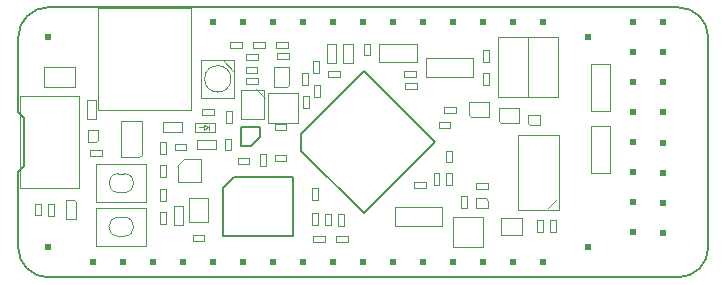
<source format=gbr>
G04 #@! TF.GenerationSoftware,KiCad,Pcbnew,5.1.5+dfsg1-2~bpo10+1*
G04 #@! TF.CreationDate,2020-03-27T19:59:47+01:00*
G04 #@! TF.ProjectId,quick-feather-board,71756963-6b2d-4666-9561-746865722d62,rev?*
G04 #@! TF.SameCoordinates,Original*
G04 #@! TF.FileFunction,Other,Fab,Top*
%FSLAX46Y46*%
G04 Gerber Fmt 4.6, Leading zero omitted, Abs format (unit mm)*
G04 Created by KiCad (PCBNEW 5.1.5+dfsg1-2~bpo10+1) date 2020-03-27 19:59:47*
%MOMM*%
%LPD*%
G04 APERTURE LIST*
%ADD10C,0.150000*%
%ADD11C,0.120000*%
%ADD12C,0.100000*%
G04 APERTURE END LIST*
D10*
X123101100Y-102463600D02*
X123609100Y-102971600D01*
X123609100Y-102971600D02*
X123609100Y-107035600D01*
X123609100Y-107035600D02*
X123101100Y-107543600D01*
X178981100Y-93573600D02*
G75*
G02X181521100Y-96113600I0J-2540000D01*
G01*
X181521100Y-113893600D02*
G75*
G02X178981100Y-116433600I-2540000J0D01*
G01*
X125641100Y-116433600D02*
X178981100Y-116433600D01*
X181521100Y-113893600D02*
X181521100Y-96113600D01*
X178981100Y-93573600D02*
X125641100Y-93573600D01*
X123101100Y-96113600D02*
G75*
G02X125641100Y-93573600I2540000J0D01*
G01*
X123101100Y-96113600D02*
X123101100Y-102463600D01*
X123101100Y-107543600D02*
X123101100Y-113893600D01*
X125641100Y-116433600D02*
G75*
G02X123101100Y-113893600I0J2540000D01*
G01*
D11*
X143204000Y-100515000D02*
X143966000Y-101277000D01*
X141950000Y-103035000D02*
X141950000Y-100535000D01*
X143950000Y-103035000D02*
X141950000Y-103035000D01*
X143950000Y-100535000D02*
X143950000Y-103035000D01*
X141950000Y-100535000D02*
X143950000Y-100535000D01*
X167922000Y-110591600D02*
X168684000Y-109829600D01*
D12*
X165445000Y-110718600D02*
X165445000Y-104368600D01*
X165445000Y-104368600D02*
X168875000Y-104368600D01*
X165445000Y-110718600D02*
X168875000Y-110718600D01*
X168875000Y-110718600D02*
X168875000Y-104368600D01*
X132080000Y-112950000D02*
X131580000Y-112950000D01*
X131580000Y-111350000D02*
X132080000Y-111350000D01*
X131580000Y-111350000D02*
G75*
G03X131580000Y-112950000I0J-800000D01*
G01*
X129730000Y-113750000D02*
X133930000Y-113750000D01*
X129730000Y-110550000D02*
X129730000Y-113750000D01*
X133930000Y-110550000D02*
X129730000Y-110550000D01*
X133930000Y-113750000D02*
X133930000Y-110550000D01*
X132080000Y-112950000D02*
G75*
G03X132080000Y-111350000I0J800000D01*
G01*
X132080000Y-109250000D02*
X131580000Y-109250000D01*
X131580000Y-107650000D02*
X132080000Y-107650000D01*
X131580000Y-107650000D02*
G75*
G03X131580000Y-109250000I0J-800000D01*
G01*
X129730000Y-110050000D02*
X133930000Y-110050000D01*
X129730000Y-106850000D02*
X129730000Y-110050000D01*
X133930000Y-106850000D02*
X129730000Y-106850000D01*
X133930000Y-110050000D02*
X133930000Y-106850000D01*
X132080000Y-109250000D02*
G75*
G03X132080000Y-107650000I0J800000D01*
G01*
X137345300Y-105676700D02*
X136345300Y-105676700D01*
X137345300Y-105176700D02*
X137345300Y-105676700D01*
X136345300Y-105176700D02*
X137345300Y-105176700D01*
X136345300Y-105676700D02*
X136345300Y-105176700D01*
X127120060Y-111501700D02*
X127120060Y-109901700D01*
X127970060Y-111501700D02*
X127120060Y-111501700D01*
X127970060Y-110051700D02*
X127820060Y-109901700D01*
X127970060Y-111501700D02*
X127970060Y-110051700D01*
X127820060Y-109901700D02*
X127120060Y-109901700D01*
D10*
X152360000Y-98979592D02*
X147056699Y-104282893D01*
X158370408Y-104990000D02*
X152360000Y-98979592D01*
X152360000Y-111000408D02*
X158370408Y-104990000D01*
X147056699Y-105697107D02*
X152360000Y-111000408D01*
X147056699Y-104282893D02*
X147056699Y-105697107D01*
D12*
X125620300Y-111201700D02*
X125620300Y-110201700D01*
X126120300Y-111201700D02*
X125620300Y-111201700D01*
X126120300Y-110201700D02*
X126120300Y-111201700D01*
X125620300Y-110201700D02*
X126120300Y-110201700D01*
X173211000Y-103643000D02*
X171611000Y-103643000D01*
X173211000Y-107643000D02*
X173211000Y-103643000D01*
X171611000Y-107643000D02*
X173211000Y-107643000D01*
X171611000Y-103643000D02*
X171611000Y-107643000D01*
X154990000Y-110460000D02*
X154990000Y-112060000D01*
X158990000Y-110460000D02*
X154990000Y-110460000D01*
X158990000Y-112060000D02*
X158990000Y-110460000D01*
X154990000Y-112060000D02*
X158990000Y-112060000D01*
X173211000Y-98343000D02*
X171611000Y-98343000D01*
X173211000Y-102343000D02*
X173211000Y-98343000D01*
X171611000Y-102343000D02*
X173211000Y-102343000D01*
X171611000Y-98343000D02*
X171611000Y-102343000D01*
X157600000Y-97840000D02*
X157600000Y-99440000D01*
X161600000Y-97840000D02*
X157600000Y-97840000D01*
X161600000Y-99440000D02*
X161600000Y-97840000D01*
X157600000Y-99440000D02*
X161600000Y-99440000D01*
D11*
X139180000Y-109730000D02*
X137580000Y-109730000D01*
X139180000Y-111730000D02*
X137592600Y-111720600D01*
X139180000Y-109730000D02*
X139180000Y-111730000D01*
X137580000Y-109730000D02*
X137580000Y-111730000D01*
D10*
X142000000Y-105320000D02*
X142800000Y-105320000D01*
X142000000Y-103720000D02*
X142000000Y-105320000D01*
X143600000Y-103720000D02*
X142000000Y-103720000D01*
X143600000Y-104520000D02*
X143600000Y-103720000D01*
X142800000Y-105320000D02*
X143600000Y-104520000D01*
D12*
X144730000Y-98590000D02*
X146030000Y-98590000D01*
X144730000Y-100290000D02*
X144730000Y-98590000D01*
X145830000Y-100290000D02*
X146030000Y-100115000D01*
X145830000Y-100290000D02*
X144730000Y-100290000D01*
X146030000Y-100115000D02*
X146030000Y-98590000D01*
X165490000Y-102110000D02*
X165490000Y-103410000D01*
X163790000Y-102110000D02*
X165490000Y-102110000D01*
X163790000Y-103210000D02*
X163965000Y-103410000D01*
X163790000Y-103210000D02*
X163790000Y-102110000D01*
X163965000Y-103410000D02*
X165490000Y-103410000D01*
X162940000Y-101580000D02*
X162940000Y-102880000D01*
X161240000Y-101580000D02*
X162940000Y-101580000D01*
X161240000Y-102680000D02*
X161415000Y-102880000D01*
X161240000Y-102680000D02*
X161240000Y-101580000D01*
X161415000Y-102880000D02*
X162940000Y-102880000D01*
X163741100Y-96113600D02*
X166281100Y-96113600D01*
X166281100Y-96113600D02*
X166281100Y-101193600D01*
X163741100Y-101193600D02*
X166281100Y-101193600D01*
X163741100Y-96113600D02*
X163741100Y-101193600D01*
X166281000Y-96113000D02*
X166281000Y-101193000D01*
X166281000Y-101193000D02*
X168821000Y-101193000D01*
X168821000Y-96113000D02*
X168821000Y-101193000D01*
X166281000Y-96113000D02*
X168821000Y-96113000D01*
X141120000Y-99630000D02*
G75*
G03X141120000Y-99630000I-1120000J0D01*
G01*
X141400000Y-99030000D02*
X140400000Y-98030000D01*
X141400000Y-98030000D02*
X138600000Y-98030000D01*
X138600000Y-98030000D02*
X138600000Y-101230000D01*
X138600000Y-101230000D02*
X141400000Y-101230000D01*
X141400000Y-101230000D02*
X141400000Y-98030000D01*
G36*
X160185000Y-114909000D02*
G01*
X159677000Y-114909000D01*
X159677000Y-115417000D01*
X160185000Y-115417000D01*
X160185000Y-114909000D01*
G37*
G36*
X157645000Y-114909000D02*
G01*
X157137000Y-114909000D01*
X157137000Y-115417000D01*
X157645000Y-115417000D01*
X157645000Y-114909000D01*
G37*
G36*
X165265000Y-114909000D02*
G01*
X164757000Y-114909000D01*
X164757000Y-115417000D01*
X165265000Y-115417000D01*
X165265000Y-114909000D01*
G37*
G36*
X152565000Y-114909000D02*
G01*
X152057000Y-114909000D01*
X152057000Y-115417000D01*
X152565000Y-115417000D01*
X152565000Y-114909000D01*
G37*
G36*
X167805000Y-114909000D02*
G01*
X167297000Y-114909000D01*
X167297000Y-115417000D01*
X167805000Y-115417000D01*
X167805000Y-114909000D01*
G37*
G36*
X142405000Y-114909000D02*
G01*
X141897000Y-114909000D01*
X141897000Y-115417000D01*
X142405000Y-115417000D01*
X142405000Y-114909000D01*
G37*
G36*
X155105000Y-114909000D02*
G01*
X154597000Y-114909000D01*
X154597000Y-115417000D01*
X155105000Y-115417000D01*
X155105000Y-114909000D01*
G37*
G36*
X144945000Y-114909000D02*
G01*
X144437000Y-114909000D01*
X144437000Y-115417000D01*
X144945000Y-115417000D01*
X144945000Y-114909000D01*
G37*
G36*
X162725000Y-114909000D02*
G01*
X162217000Y-114909000D01*
X162217000Y-115417000D01*
X162725000Y-115417000D01*
X162725000Y-114909000D01*
G37*
G36*
X150025000Y-114909000D02*
G01*
X149517000Y-114909000D01*
X149517000Y-115417000D01*
X150025000Y-115417000D01*
X150025000Y-114909000D01*
G37*
G36*
X147485000Y-114909000D02*
G01*
X146977000Y-114909000D01*
X146977000Y-115417000D01*
X147485000Y-115417000D01*
X147485000Y-114909000D01*
G37*
G36*
X139865000Y-114909000D02*
G01*
X139357000Y-114909000D01*
X139357000Y-115417000D01*
X139865000Y-115417000D01*
X139865000Y-114909000D01*
G37*
G36*
X134775000Y-114909000D02*
G01*
X134267000Y-114909000D01*
X134267000Y-115417000D01*
X134775000Y-115417000D01*
X134775000Y-114909000D01*
G37*
G36*
X137315000Y-114909000D02*
G01*
X136807000Y-114909000D01*
X136807000Y-115417000D01*
X137315000Y-115417000D01*
X137315000Y-114909000D01*
G37*
G36*
X132235000Y-114909000D02*
G01*
X131727000Y-114909000D01*
X131727000Y-115417000D01*
X132235000Y-115417000D01*
X132235000Y-114909000D01*
G37*
G36*
X129695000Y-114909000D02*
G01*
X129187000Y-114909000D01*
X129187000Y-115417000D01*
X129695000Y-115417000D01*
X129695000Y-114909000D01*
G37*
X148550000Y-98100000D02*
X148550000Y-99100000D01*
X148050000Y-98100000D02*
X148550000Y-98100000D01*
X148050000Y-99100000D02*
X148050000Y-98100000D01*
X148550000Y-99100000D02*
X148050000Y-99100000D01*
X136610000Y-106900000D02*
X137110000Y-106400000D01*
X136610000Y-108400000D02*
X136610000Y-106900000D01*
X138610000Y-108400000D02*
X136610000Y-108400000D01*
X138610000Y-106400000D02*
X138610000Y-108400000D01*
X137110000Y-106400000D02*
X138610000Y-106400000D01*
D10*
X141400000Y-107900000D02*
X140400000Y-108900000D01*
X140400000Y-108900000D02*
X140400000Y-112900000D01*
X140400000Y-112900000D02*
X146400000Y-112900000D01*
X146400000Y-112900000D02*
X146400000Y-107900000D01*
X146400000Y-107900000D02*
X141400000Y-107900000D01*
D12*
X129819100Y-93650000D02*
X137719100Y-93650000D01*
X137719100Y-93650000D02*
X137719100Y-102250000D01*
X129819100Y-102250000D02*
X137719100Y-102250000D01*
X129819100Y-93650000D02*
X129819100Y-102250000D01*
X128240000Y-101103600D02*
X128240000Y-108903600D01*
X128240000Y-101103600D02*
X123240000Y-101103600D01*
X128240000Y-108903600D02*
X123240000Y-108903600D01*
X123240000Y-101103600D02*
X123240000Y-108903600D01*
X125275000Y-98600000D02*
X127925000Y-98600000D01*
X127925000Y-98600000D02*
X127925000Y-100300000D01*
X125275000Y-98600000D02*
X125275000Y-100300000D01*
X125275000Y-100300000D02*
X127925000Y-100300000D01*
D11*
X138080000Y-103330000D02*
X138080000Y-104130000D01*
X139780000Y-103330000D02*
X139780000Y-104130000D01*
X139780000Y-104130000D02*
X138080000Y-104130000D01*
X139780000Y-103330000D02*
X138080000Y-103330000D01*
X138830000Y-103530000D02*
X138830000Y-103730000D01*
X139130000Y-103730000D02*
X138830000Y-103530000D01*
X138830000Y-103930000D02*
X139130000Y-103730000D01*
X138830000Y-103730000D02*
X138830000Y-103930000D01*
X138430000Y-103730000D02*
X138830000Y-103730000D01*
X139230000Y-103930000D02*
X139230000Y-103630000D01*
X139230000Y-103530000D02*
X139230000Y-103630000D01*
X128890000Y-101430000D02*
X128890000Y-103030000D01*
X129690000Y-101430000D02*
X128890000Y-101430000D01*
X129690000Y-103030000D02*
X129690000Y-101430000D01*
X128890000Y-103030000D02*
X129690000Y-103030000D01*
X138250000Y-105600000D02*
X139850000Y-105600000D01*
X138250000Y-104800000D02*
X138250000Y-105600000D01*
X139850000Y-104800000D02*
X138250000Y-104800000D01*
X139850000Y-105600000D02*
X139850000Y-104800000D01*
X136990000Y-103320000D02*
X135390000Y-103320000D01*
X136990000Y-104120000D02*
X136990000Y-103320000D01*
X135390000Y-104120000D02*
X136990000Y-104120000D01*
X135390000Y-103320000D02*
X135390000Y-104120000D01*
X136280000Y-110380000D02*
X136280000Y-111980000D01*
X137080000Y-110380000D02*
X136280000Y-110380000D01*
X137080000Y-111980000D02*
X137080000Y-110380000D01*
X136280000Y-111980000D02*
X137080000Y-111980000D01*
D12*
X129160000Y-105640000D02*
X130160000Y-105640000D01*
X129160000Y-106140000D02*
X129160000Y-105640000D01*
X130160000Y-106140000D02*
X129160000Y-106140000D01*
X130160000Y-105640000D02*
X130160000Y-106140000D01*
X135150000Y-105960000D02*
X135150000Y-104960000D01*
X135650000Y-105960000D02*
X135150000Y-105960000D01*
X135650000Y-104960000D02*
X135650000Y-105960000D01*
X135150000Y-104960000D02*
X135650000Y-104960000D01*
X135650000Y-108940000D02*
X135650000Y-109940000D01*
X135150000Y-108940000D02*
X135650000Y-108940000D01*
X135150000Y-109940000D02*
X135150000Y-108940000D01*
X135650000Y-109940000D02*
X135150000Y-109940000D01*
X135640000Y-106950000D02*
X135640000Y-107950000D01*
X135140000Y-106950000D02*
X135640000Y-106950000D01*
X135140000Y-107950000D02*
X135140000Y-106950000D01*
X135640000Y-107950000D02*
X135140000Y-107950000D01*
X135630000Y-110880000D02*
X135630000Y-111880000D01*
X135130000Y-110880000D02*
X135630000Y-110880000D01*
X135130000Y-111880000D02*
X135130000Y-110880000D01*
X135630000Y-111880000D02*
X135130000Y-111880000D01*
X153630000Y-98180000D02*
X156830000Y-98180000D01*
X156830000Y-98180000D02*
X156830000Y-96680000D01*
X153630000Y-98180000D02*
X153630000Y-96680000D01*
X153630000Y-96680000D02*
X156830000Y-96680000D01*
X152910000Y-96650000D02*
X152910000Y-97650000D01*
X152410000Y-96650000D02*
X152910000Y-96650000D01*
X152410000Y-97650000D02*
X152410000Y-96650000D01*
X152910000Y-97650000D02*
X152410000Y-97650000D01*
X148680000Y-100150000D02*
X148680000Y-101150000D01*
X148180000Y-100150000D02*
X148680000Y-100150000D01*
X148180000Y-101150000D02*
X148180000Y-100150000D01*
X148680000Y-101150000D02*
X148180000Y-101150000D01*
X167520300Y-111601700D02*
X167520300Y-112601700D01*
X167020300Y-111601700D02*
X167520300Y-111601700D01*
X167020300Y-112601700D02*
X167020300Y-111601700D01*
X167520300Y-112601700D02*
X167020300Y-112601700D01*
X150220000Y-112080000D02*
X150220000Y-111080000D01*
X150720000Y-112080000D02*
X150220000Y-112080000D01*
X150720000Y-111080000D02*
X150720000Y-112080000D01*
X150220000Y-111080000D02*
X150720000Y-111080000D01*
X147970000Y-109880000D02*
X147970000Y-108880000D01*
X148470000Y-109880000D02*
X147970000Y-109880000D01*
X148470000Y-108880000D02*
X148470000Y-109880000D01*
X147970000Y-108880000D02*
X148470000Y-108880000D01*
X149110000Y-112040000D02*
X149110000Y-111040000D01*
X149610000Y-112040000D02*
X149110000Y-112040000D01*
X149610000Y-111040000D02*
X149610000Y-112040000D01*
X149110000Y-111040000D02*
X149610000Y-111040000D01*
X148000000Y-112020000D02*
X148000000Y-111020000D01*
X148500000Y-112020000D02*
X148000000Y-112020000D01*
X148500000Y-111020000D02*
X148500000Y-112020000D01*
X148000000Y-111020000D02*
X148500000Y-111020000D01*
X159810000Y-107640000D02*
X159810000Y-108640000D01*
X159310000Y-107640000D02*
X159810000Y-107640000D01*
X159310000Y-108640000D02*
X159310000Y-107640000D01*
X159810000Y-108640000D02*
X159310000Y-108640000D01*
X159320000Y-106710000D02*
X159320000Y-105710000D01*
X159820000Y-106710000D02*
X159320000Y-106710000D01*
X159820000Y-105710000D02*
X159820000Y-106710000D01*
X159320000Y-105710000D02*
X159820000Y-105710000D01*
X143370000Y-100100000D02*
X142370000Y-100100000D01*
X143370000Y-99600000D02*
X143370000Y-100100000D01*
X142370000Y-99600000D02*
X143370000Y-99600000D01*
X142370000Y-100100000D02*
X142370000Y-99600000D01*
X141151000Y-105693000D02*
X140651000Y-105693000D01*
X140651000Y-105693000D02*
X140651000Y-104693000D01*
X140651000Y-104693000D02*
X141151000Y-104693000D01*
X141151000Y-104693000D02*
X141151000Y-105693000D01*
X144811000Y-103473000D02*
X145811000Y-103473000D01*
X144811000Y-103973000D02*
X144811000Y-103473000D01*
X145811000Y-103973000D02*
X144811000Y-103973000D01*
X145811000Y-103473000D02*
X145811000Y-103973000D01*
X147730000Y-101070000D02*
X147730000Y-102070000D01*
X147230000Y-101070000D02*
X147730000Y-101070000D01*
X147230000Y-102070000D02*
X147230000Y-101070000D01*
X147730000Y-102070000D02*
X147230000Y-102070000D01*
X141230000Y-102345000D02*
X141230000Y-103345000D01*
X140730000Y-102345000D02*
X141230000Y-102345000D01*
X140730000Y-103345000D02*
X140730000Y-102345000D01*
X141230000Y-103345000D02*
X140730000Y-103345000D01*
X147100000Y-100110000D02*
X147100000Y-99110000D01*
X147600000Y-100110000D02*
X147100000Y-100110000D01*
X147600000Y-99110000D02*
X147600000Y-100110000D01*
X147100000Y-99110000D02*
X147600000Y-99110000D01*
X155830000Y-100010000D02*
X156830000Y-100010000D01*
X155830000Y-100510000D02*
X155830000Y-100010000D01*
X156830000Y-100510000D02*
X155830000Y-100510000D01*
X156830000Y-100010000D02*
X156830000Y-100510000D01*
X159150000Y-102000000D02*
X160150000Y-102000000D01*
X159150000Y-102500000D02*
X159150000Y-102000000D01*
X160150000Y-102500000D02*
X159150000Y-102500000D01*
X160150000Y-102000000D02*
X160150000Y-102500000D01*
X145990000Y-97920000D02*
X144990000Y-97920000D01*
X145990000Y-97420000D02*
X145990000Y-97920000D01*
X144990000Y-97420000D02*
X145990000Y-97420000D01*
X144990000Y-97920000D02*
X144990000Y-97420000D01*
X149340000Y-98980000D02*
X150340000Y-98980000D01*
X149340000Y-99480000D02*
X149340000Y-98980000D01*
X150340000Y-99480000D02*
X149340000Y-99480000D01*
X150340000Y-98980000D02*
X150340000Y-99480000D01*
X159700000Y-103770000D02*
X158700000Y-103770000D01*
X159700000Y-103270000D02*
X159700000Y-103770000D01*
X158700000Y-103270000D02*
X159700000Y-103270000D01*
X158700000Y-103770000D02*
X158700000Y-103270000D01*
D11*
X149250000Y-96650000D02*
X149250000Y-98250000D01*
X150050000Y-96650000D02*
X149250000Y-96650000D01*
X150050000Y-98250000D02*
X150050000Y-96650000D01*
X149250000Y-98250000D02*
X150050000Y-98250000D01*
D12*
X144815000Y-106070000D02*
X145815000Y-106070000D01*
X144815000Y-106570000D02*
X144815000Y-106070000D01*
X145815000Y-106570000D02*
X144815000Y-106570000D01*
X145815000Y-106070000D02*
X145815000Y-106570000D01*
D11*
X150640000Y-96650000D02*
X150640000Y-98250000D01*
X151440000Y-96650000D02*
X150640000Y-96650000D01*
X151440000Y-98250000D02*
X151440000Y-96650000D01*
X150640000Y-98250000D02*
X151440000Y-98250000D01*
D12*
X157610000Y-108840000D02*
X156610000Y-108840000D01*
X157610000Y-108340000D02*
X157610000Y-108840000D01*
X156610000Y-108340000D02*
X157610000Y-108340000D01*
X156610000Y-108840000D02*
X156610000Y-108340000D01*
X142681000Y-106873000D02*
X141681000Y-106873000D01*
X142681000Y-106373000D02*
X142681000Y-106873000D01*
X141681000Y-106373000D02*
X142681000Y-106373000D01*
X141681000Y-106873000D02*
X141681000Y-106373000D01*
X144091000Y-105993000D02*
X144091000Y-106993000D01*
X143591000Y-105993000D02*
X144091000Y-105993000D01*
X143591000Y-106993000D02*
X143591000Y-105993000D01*
X144091000Y-106993000D02*
X143591000Y-106993000D01*
X162470000Y-100170000D02*
X162470000Y-99170000D01*
X162970000Y-100170000D02*
X162470000Y-100170000D01*
X162970000Y-99170000D02*
X162970000Y-100170000D01*
X162470000Y-99170000D02*
X162970000Y-99170000D01*
X138700000Y-102170000D02*
X139700000Y-102170000D01*
X138700000Y-102670000D02*
X138700000Y-102170000D01*
X139700000Y-102670000D02*
X138700000Y-102670000D01*
X139700000Y-102170000D02*
X139700000Y-102670000D01*
X142360000Y-98650000D02*
X143360000Y-98650000D01*
X142360000Y-99150000D02*
X142360000Y-98650000D01*
X143360000Y-99150000D02*
X142360000Y-99150000D01*
X143360000Y-98650000D02*
X143360000Y-99150000D01*
X148070000Y-112940000D02*
X149070000Y-112940000D01*
X148070000Y-113440000D02*
X148070000Y-112940000D01*
X149070000Y-113440000D02*
X148070000Y-113440000D01*
X149070000Y-112940000D02*
X149070000Y-113440000D01*
X150015000Y-112950000D02*
X151015000Y-112950000D01*
X150015000Y-113450000D02*
X150015000Y-112950000D01*
X151015000Y-113450000D02*
X150015000Y-113450000D01*
X151015000Y-112950000D02*
X151015000Y-113450000D01*
X168130000Y-112600000D02*
X168130000Y-111600000D01*
X168630000Y-112600000D02*
X168130000Y-112600000D01*
X168630000Y-111600000D02*
X168630000Y-112600000D01*
X168130000Y-111600000D02*
X168630000Y-111600000D01*
X162890000Y-108490000D02*
X162890000Y-108990000D01*
X162890000Y-108990000D02*
X161890000Y-108990000D01*
X161890000Y-108990000D02*
X161890000Y-108490000D01*
X161890000Y-108490000D02*
X162890000Y-108490000D01*
X161100000Y-109530000D02*
X161100000Y-110530000D01*
X160600000Y-109530000D02*
X161100000Y-109530000D01*
X160600000Y-110530000D02*
X160600000Y-109530000D01*
X161100000Y-110530000D02*
X160600000Y-110530000D01*
X142370000Y-97540000D02*
X143370000Y-97540000D01*
X142370000Y-98040000D02*
X142370000Y-97540000D01*
X143370000Y-98040000D02*
X142370000Y-98040000D01*
X143370000Y-97540000D02*
X143370000Y-98040000D01*
X124550000Y-111190000D02*
X124550000Y-110190000D01*
X125050000Y-111190000D02*
X124550000Y-111190000D01*
X125050000Y-110190000D02*
X125050000Y-111190000D01*
X124550000Y-110190000D02*
X125050000Y-110190000D01*
X158270000Y-108630000D02*
X158270000Y-107630000D01*
X158770000Y-108630000D02*
X158270000Y-108630000D01*
X158770000Y-107630000D02*
X158770000Y-108630000D01*
X158270000Y-107630000D02*
X158770000Y-107630000D01*
X156790000Y-99460000D02*
X155790000Y-99460000D01*
X156790000Y-98960000D02*
X156790000Y-99460000D01*
X155790000Y-98960000D02*
X156790000Y-98960000D01*
X155790000Y-99460000D02*
X155790000Y-98960000D01*
X133325000Y-106255000D02*
X131825000Y-106255000D01*
X133575000Y-106080000D02*
X133575000Y-103205000D01*
X133325000Y-106255000D02*
X133575000Y-106080000D01*
X131825000Y-103205000D02*
X133575000Y-103205000D01*
X131825000Y-106255000D02*
X131825000Y-103205000D01*
X162980000Y-97200000D02*
X162980000Y-98200000D01*
X162480000Y-97200000D02*
X162980000Y-97200000D01*
X162480000Y-98200000D02*
X162480000Y-97200000D01*
X162980000Y-98200000D02*
X162480000Y-98200000D01*
X141040000Y-96500000D02*
X142040000Y-96500000D01*
X141040000Y-97000000D02*
X141040000Y-96500000D01*
X142040000Y-97000000D02*
X141040000Y-97000000D01*
X142040000Y-96500000D02*
X142040000Y-97000000D01*
X144000000Y-96990000D02*
X143000000Y-96990000D01*
X144000000Y-96490000D02*
X144000000Y-96990000D01*
X143000000Y-96490000D02*
X144000000Y-96490000D01*
X143000000Y-96990000D02*
X143000000Y-96490000D01*
X144970000Y-96500000D02*
X145970000Y-96500000D01*
X144970000Y-97000000D02*
X144970000Y-96500000D01*
X145970000Y-97000000D02*
X144970000Y-97000000D01*
X145970000Y-96500000D02*
X145970000Y-97000000D01*
G36*
X177481000Y-112393000D02*
G01*
X177481000Y-112901000D01*
X177989000Y-112901000D01*
X177989000Y-112393000D01*
X177481000Y-112393000D01*
G37*
G36*
X177481000Y-109853000D02*
G01*
X177481000Y-110361000D01*
X177989000Y-110361000D01*
X177989000Y-109853000D01*
X177481000Y-109853000D01*
G37*
G36*
X177481000Y-104773000D02*
G01*
X177481000Y-105281000D01*
X177989000Y-105281000D01*
X177989000Y-104773000D01*
X177481000Y-104773000D01*
G37*
G36*
X177481000Y-107313000D02*
G01*
X177481000Y-107821000D01*
X177989000Y-107821000D01*
X177989000Y-107313000D01*
X177481000Y-107313000D01*
G37*
G36*
X177481000Y-102223000D02*
G01*
X177481000Y-102731000D01*
X177989000Y-102731000D01*
X177989000Y-102223000D01*
X177481000Y-102223000D01*
G37*
G36*
X177481000Y-94603000D02*
G01*
X177481000Y-95111000D01*
X177989000Y-95111000D01*
X177989000Y-94603000D01*
X177481000Y-94603000D01*
G37*
G36*
X174941000Y-112383000D02*
G01*
X174941000Y-112891000D01*
X175449000Y-112891000D01*
X175449000Y-112383000D01*
X174941000Y-112383000D01*
G37*
G36*
X174941000Y-99683000D02*
G01*
X174941000Y-100191000D01*
X175449000Y-100191000D01*
X175449000Y-99683000D01*
X174941000Y-99683000D01*
G37*
G36*
X177481000Y-97143000D02*
G01*
X177481000Y-97651000D01*
X177989000Y-97651000D01*
X177989000Y-97143000D01*
X177481000Y-97143000D01*
G37*
G36*
X174941000Y-107303000D02*
G01*
X174941000Y-107811000D01*
X175449000Y-107811000D01*
X175449000Y-107303000D01*
X174941000Y-107303000D01*
G37*
G36*
X177481000Y-99683000D02*
G01*
X177481000Y-100191000D01*
X177989000Y-100191000D01*
X177989000Y-99683000D01*
X177481000Y-99683000D01*
G37*
G36*
X174941000Y-94603000D02*
G01*
X174941000Y-95111000D01*
X175449000Y-95111000D01*
X175449000Y-94603000D01*
X174941000Y-94603000D01*
G37*
G36*
X174941000Y-109843000D02*
G01*
X174941000Y-110351000D01*
X175449000Y-110351000D01*
X175449000Y-109843000D01*
X174941000Y-109843000D01*
G37*
G36*
X174941000Y-97143000D02*
G01*
X174941000Y-97651000D01*
X175449000Y-97651000D01*
X175449000Y-97143000D01*
X174941000Y-97143000D01*
G37*
G36*
X174941000Y-104763000D02*
G01*
X174941000Y-105271000D01*
X175449000Y-105271000D01*
X175449000Y-104763000D01*
X174941000Y-104763000D01*
G37*
G36*
X174941000Y-102223000D02*
G01*
X174941000Y-102731000D01*
X175449000Y-102731000D01*
X175449000Y-102223000D01*
X174941000Y-102223000D01*
G37*
G36*
X125401100Y-96343600D02*
G01*
X125909100Y-96343600D01*
X125909100Y-95835600D01*
X125401100Y-95835600D01*
X125401100Y-96343600D01*
G37*
G36*
X125401100Y-114123600D02*
G01*
X125909100Y-114123600D01*
X125909100Y-113615600D01*
X125401100Y-113615600D01*
X125401100Y-114123600D01*
G37*
G36*
X171121100Y-114123600D02*
G01*
X171629100Y-114123600D01*
X171629100Y-113615600D01*
X171121100Y-113615600D01*
X171121100Y-114123600D01*
G37*
G36*
X171121100Y-96343600D02*
G01*
X171629100Y-96343600D01*
X171629100Y-95835600D01*
X171121100Y-95835600D01*
X171121100Y-96343600D01*
G37*
X138870000Y-113360000D02*
X137870000Y-113360000D01*
X138870000Y-112860000D02*
X138870000Y-113360000D01*
X137870000Y-112860000D02*
X138870000Y-112860000D01*
X137870000Y-113360000D02*
X137870000Y-112860000D01*
X144280000Y-103340000D02*
X144280000Y-100800000D01*
X144280000Y-100800000D02*
X146820000Y-100800000D01*
X146820000Y-103340000D02*
X146820000Y-100800000D01*
X144280000Y-103340000D02*
X146820000Y-103340000D01*
X159926000Y-113894000D02*
X159926000Y-111354000D01*
X159926000Y-111354000D02*
X162466000Y-111354000D01*
X162466000Y-113894000D02*
X162466000Y-111354000D01*
X159926000Y-113894000D02*
X162466000Y-113894000D01*
G36*
X144437000Y-95097000D02*
G01*
X144945000Y-95097000D01*
X144945000Y-94589000D01*
X144437000Y-94589000D01*
X144437000Y-95097000D01*
G37*
G36*
X154597000Y-95097000D02*
G01*
X155105000Y-95097000D01*
X155105000Y-94589000D01*
X154597000Y-94589000D01*
X154597000Y-95097000D01*
G37*
G36*
X152057000Y-95097000D02*
G01*
X152565000Y-95097000D01*
X152565000Y-94589000D01*
X152057000Y-94589000D01*
X152057000Y-95097000D01*
G37*
G36*
X167297000Y-95097000D02*
G01*
X167805000Y-95097000D01*
X167805000Y-94589000D01*
X167297000Y-94589000D01*
X167297000Y-95097000D01*
G37*
G36*
X157137000Y-95097000D02*
G01*
X157645000Y-95097000D01*
X157645000Y-94589000D01*
X157137000Y-94589000D01*
X157137000Y-95097000D01*
G37*
G36*
X141897000Y-95097000D02*
G01*
X142405000Y-95097000D01*
X142405000Y-94589000D01*
X141897000Y-94589000D01*
X141897000Y-95097000D01*
G37*
G36*
X162217000Y-95097000D02*
G01*
X162725000Y-95097000D01*
X162725000Y-94589000D01*
X162217000Y-94589000D01*
X162217000Y-95097000D01*
G37*
G36*
X149517000Y-95097000D02*
G01*
X150025000Y-95097000D01*
X150025000Y-94589000D01*
X149517000Y-94589000D01*
X149517000Y-95097000D01*
G37*
G36*
X139357000Y-95097000D02*
G01*
X139865000Y-95097000D01*
X139865000Y-94589000D01*
X139357000Y-94589000D01*
X139357000Y-95097000D01*
G37*
G36*
X159677000Y-95097000D02*
G01*
X160185000Y-95097000D01*
X160185000Y-94589000D01*
X159677000Y-94589000D01*
X159677000Y-95097000D01*
G37*
G36*
X164757000Y-95097000D02*
G01*
X165265000Y-95097000D01*
X165265000Y-94589000D01*
X164757000Y-94589000D01*
X164757000Y-95097000D01*
G37*
G36*
X146977000Y-95097000D02*
G01*
X147485000Y-95097000D01*
X147485000Y-94589000D01*
X146977000Y-94589000D01*
X146977000Y-95097000D01*
G37*
X162905000Y-110595000D02*
X161855000Y-110595000D01*
X161855000Y-110595000D02*
X161855000Y-109745000D01*
X162905000Y-109945000D02*
X162730000Y-109745000D01*
X162905000Y-109945000D02*
X162905000Y-110595000D01*
X162730000Y-109745000D02*
X161855000Y-109745000D01*
X166225000Y-102715000D02*
X167275000Y-102715000D01*
X167275000Y-102715000D02*
X167275000Y-103565000D01*
X166225000Y-103365000D02*
X166400000Y-103565000D01*
X166225000Y-103365000D02*
X166225000Y-102715000D01*
X166400000Y-103565000D02*
X167275000Y-103565000D01*
X129025000Y-104975000D02*
X129025000Y-103925000D01*
X129025000Y-103925000D02*
X129875000Y-103925000D01*
X129675000Y-104975000D02*
X129875000Y-104800000D01*
X129675000Y-104975000D02*
X129025000Y-104975000D01*
X129875000Y-104800000D02*
X129875000Y-103925000D01*
X163995300Y-112851700D02*
X163995300Y-111451700D01*
X163995300Y-112851700D02*
X165795300Y-112851700D01*
X165795300Y-111451700D02*
X163995300Y-111451700D01*
X165795300Y-111451700D02*
X165795300Y-112851700D01*
M02*

</source>
